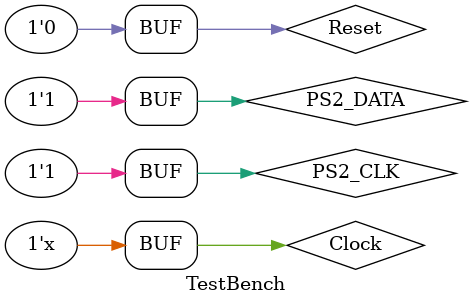
<source format=v>
`timescale 1ns / 1ps


module TestBench;

	// Inputs
	reg Clock;
	reg Reset;
	reg PS2_CLK;
	reg PS2_DATA;

	// Outputs
	wire oVGA_R; 
	wire oVGA_G;
	wire oVGA_B;
	wire oH_sync;
	wire oV_sync;

	// Instantiate the Unit Under Test (UUT)
	MiniAlu uut (
		.Clock(Clock), 
		.Reset(Reset),
		.PS2_CLK(PS2_CLK),
		.PS2_DATA(PS2_DATA),
		.VGA_RED(oVGA_R), 
		.VGA_GREEN(oVGA_G),
		.VGA_BLUE(oVGA_B),
		.VGA_HSYNC(oH_sync),
		.VGA_VSYNC(oV_sync)
	);
	
	always
	begin
		#5  Clock =  ! Clock;

	end

	initial begin
		// Initialize Inputs
		Clock = 0;
		Reset = 0;
		PS2_CLK = 1;
		PS2_DATA = 1;

		// Wait 100 ns for global reset to finish
		#100;
		Reset = 1;
		#50
		Reset = 0;
        
		// Add stimulus here

	end
      
endmodule


</source>
